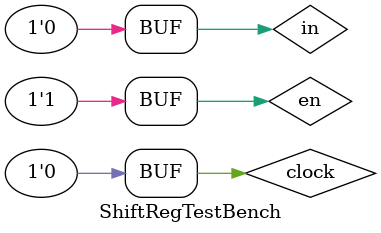
<source format=v>
module ShiftReg(in, en, clock, q);
  parameter n = 4;
  input in, en, clock;
  output [n-1:0]q;
  reg [n-1:0]q;
  initial
    q = 4'd10;
    always @ (posedge clock)
      begin
        if(en)
          q = {in, q[n-1:1]};
      end
endmodule

module ShiftRegTestBench;
  parameter n = 4;
  reg en, in, clock;
  wire [n-1:0]q;
  ShiftReg mod(in, en, clock, q);
  initial
    begin
      clock = 1'b0;
      repeat (10)
      #2  clock = ~clock;
    end
  initial
    begin
      $monitor($time, " Enable = %b, Input = %b, Q = %b.", en, in, q);
      #1  in = 1'b0;  en = 1'b0;
      #4  in = 1'b1;  en = 1'b1;
      #4  in = 1'b1;  en = 1'b0;
      #4  in = 1'b0;  en = 1'b1;
    end
endmodule
</source>
